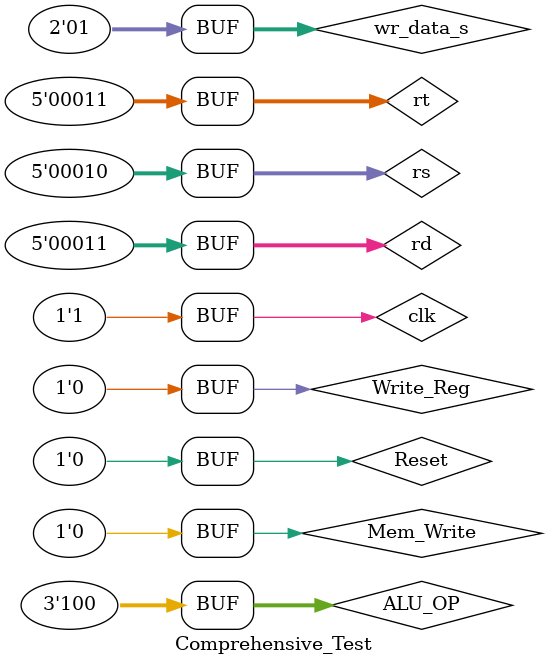
<source format=v>
`timescale 1ns / 1ps


module Comprehensive_Test;

	// Inputs
	reg clk;
	reg Write_Reg;
	reg [2:0] ALU_OP;
	reg Mem_Write;
	reg [1:0] wr_data_s;
	reg Reset;
	reg [4:0] rs;
	reg [4:0] rt;
	reg [4:0] rd;

	// Outputs
	wire ZF;
	wire OF;
	wire [31:0] M_R_Data;
	wire [31:0] R_Data_A;
	wire [31:0] R_Data_B;
	wire [31:0] W_Data,M_W_Data;
	wire [5:0] Mem_Addr;
	wire [32:1] A,B,F;
	wire [4:0] R_Addr_A,R_Addr_B,W_Addr;
	
	// Instantiate the Unit Under Test (UUT)
	Comprehensive uut (
		.clk(clk), 
		.Write_Reg(Write_Reg), 
		.ALU_OP(ALU_OP), 
		.Mem_Write(Mem_Write), 
		.wr_data_s(wr_data_s), 
		.Reset(Reset), 
		.rs(rs), 
		.rt(rt), 
		.rd(rd), 
		.ZF(ZF), 
		.OF(OF), 
		.M_R_Data(M_R_Data), 
		.R_Data_A(R_Data_A), 
		.R_Data_B(R_Data_B), 
		.W_Data(W_Data), 
		.Mem_Addr(Mem_Addr),
		.A(A),
		.B(B),
		.F(F),
		.R_Addr_A(R_Addr_A),
		.R_Addr_B(R_Addr_B),
		.W_Addr(W_Addr),
		.M_W_Data(M_W_Data)
	);

	initial begin
		// Initialize Inputs ×¼±¸ÐÅºÅ
		clk = 0;
		Write_Reg = 0;//½ûÖ¹Ð´Èë¼Ä´æÆ÷¶Ñ
		ALU_OP = 3'b100;//ALUÇÐ»»ÖÁ¼Ó·¨
		Mem_Write = 0;//½ûÖ¹Ð´ÈëRAM
		wr_data_s = 0;//W_DataÁ¬½ÓµÄÊÇALUµÄF
		Reset = 1;//×¼±¸¸ø¼Ä´æÆ÷¶ÑÇåÁã
		rs = 5'b000_00;
		rt = 5'b000_01;
		rd = 5'b000_10;
		#100;
		
		//clkÉÏÉý&¼Ä´æÆ÷¶ÑÍê³ÉÇåÁã&ALUÍê³É¼Ó·¨ÔËËã||| 100-200
		clk=1;#100;
		/*
		ÀíÏëÊý¾Ý£º
		R_Data_A=0000_FFFF
		R_Data_B=FFFF_0000
		ZF=0
		OF=0
		F=FFFF_FFFF
		Mem_Addr=6'b111111
		M_R_Data=X;
		W_Data=F=FFFF_FFFF
		*/
		
		//clkÏÂ½µ£¬×¼±¸ÐÅºÅ
		clk=0;
		Reset=0;//ResetÐÅºÅ½áÊø
		Write_Reg=1;//×¼±¸½«F=A+B=REG[rs]+REG[rt]Ð´ÈëREG[rd]
		#100;
		
		//clkÉÏÉý&RAM¿ªÊ¼¶Á³öÓÐÐ§Êý¾Ý&¼Ä´æÆ÷¶ÑÍê³ÉÐ´Èë||| 300-400
		clk=1;#100;
		/*
		ÀíÏëÊý¾Ý£º
		M_R_Data=RAM[F]=RAM[A+B]=AAAA_AAAA;
		*/
		
		//clkÏÂ½µ£¬×¼±¸ÐÅºÅ
		clk=0;
		rd = 5'b000_11;//ÇÐ»»rdµ½ËÄºÅ¼Ä´æÆ÷
		wr_data_s = 2'b01;//W_DataÁ¬½ÓµÄÊÇRAMµÄM_R_Data
		Write_Reg = 1;//×¸ÓàÓï¾ä:×¼±¸¶Á³öM_R_Data=RAM[F]=RAM[A+B]Ð´ÈëREG[rd']
		Mem_Write = 1;//×¼±¸½«R_Data_BÐ´ÈëRAM[F]=RAM[A+B]=RAM[REG[rs]+REG[rt]]
		#100;
		
		//clkÉÏÉý&W_DataÓÉÓÚÑ¡ÔñÐÅºÅÇÐ»»±äÎªM_R_Data||| 500-600
		clk=1;#100;
		/*
		ÀíÏëÊý¾Ý:
		W_Data=M_R_Data=AAAA_AAAA;
		*/
		
		//clkÏÂ½µ£¬×¼±¸ÐÅºÅ
		clk=0;
		Write_Reg=0;//Ð´Èë½áÊø
		Mem_Write=0;//Ð´Èë½áÊø
		rs=5'b000_10;//R_Data_A¼ì²érs_data_sÎª0Ê±Ð´ÈëµÄF=A+B
		rt=5'b000_11;//R_Data_B¼ì²ées_data_sÎª0Ê±Ð´ÈëµÄRAM[F]=RAM[A+B]=RAM[REG[rs]+REG[rt]]
		#100;
		
		//clkÉÏÉý&Êý¾Ý´ó·¶Î§¸üÐÂ||| 700-800
		clk=1;#100;
		/*
		ÀíÏëÊý¾Ý:
		R_Data_A=FFFF_FFFF
		R_Data_B=AAAA_AAAA
		ZF=0
		OF=0
		F=AAAA_AAA9
		Mem_Addr=6'b101001//41ºÅRAMµ¥Ôª
		M_R_Data=AAAA_AAAA|FFFF_FFFF//ÓÐ¿ÉÄÜÏÂ¸öÖÜÆÚ²ÅÇÐ»»µ½ÐÂµÄµØÖ·²¢¶Á³ö
		W_Data=F=AAAA_AAAA|FFFF_FFFF//Í¬ÉÏ
		*/
		
		//clkÏÂ½µºóÉÏÉý£¬RAMµÄM_R_Data¸üÐÂ||| 900-1000
		clk=0;#100;
		clk=1;#100;
		/*ÀíÏëÊýÖµ:
		M_R_Data=FFFF_FFFF
		W_Data=FFFF_FFFF
		*/

	end
      
endmodule


</source>
